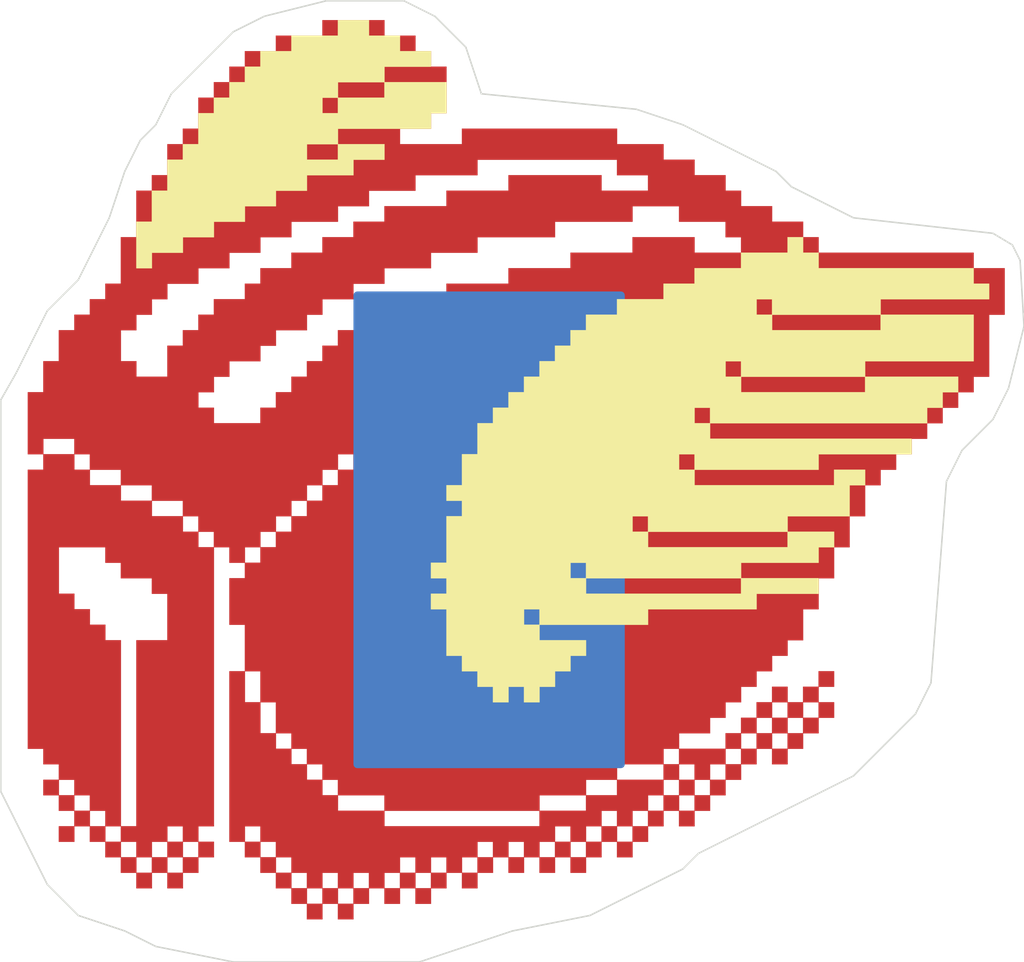
<source format=kicad_pcb>
(kicad_pcb (version 20171130) (host pcbnew "(5.1.6)-1")

  (general
    (thickness 1.6)
    (drawings 70)
    (tracks 0)
    (zones 0)
    (modules 1)
    (nets 1)
  )

  (page A4)
  (layers
    (0 F.Cu signal hide)
    (31 B.Cu signal)
    (32 B.Adhes user hide)
    (33 F.Adhes user hide)
    (34 B.Paste user)
    (35 F.Paste user hide)
    (36 B.SilkS user)
    (37 F.SilkS user hide)
    (38 B.Mask user)
    (39 F.Mask user hide)
    (40 Dwgs.User user hide)
    (41 Cmts.User user hide)
    (42 Eco1.User user hide)
    (43 Eco2.User user hide)
    (44 Edge.Cuts user)
    (45 Margin user hide)
    (46 B.CrtYd user)
    (47 F.CrtYd user hide)
    (48 B.Fab user)
    (49 F.Fab user hide)
  )

  (setup
    (last_trace_width 0.25)
    (trace_clearance 0.2)
    (zone_clearance 0.508)
    (zone_45_only no)
    (trace_min 0.2)
    (via_size 0.8)
    (via_drill 0.4)
    (via_min_size 0.4)
    (via_min_drill 0.3)
    (uvia_size 0.3)
    (uvia_drill 0.1)
    (uvias_allowed no)
    (uvia_min_size 0.2)
    (uvia_min_drill 0.1)
    (edge_width 0.05)
    (segment_width 0.2)
    (pcb_text_width 0.3)
    (pcb_text_size 1.5 1.5)
    (mod_edge_width 0.12)
    (mod_text_size 1 1)
    (mod_text_width 0.15)
    (pad_size 1.524 1.524)
    (pad_drill 0.762)
    (pad_to_mask_clearance 0.05)
    (aux_axis_origin 0 0)
    (visible_elements 7FFFFFFF)
    (pcbplotparams
      (layerselection 0x010fc_ffffffff)
      (usegerberextensions false)
      (usegerberattributes true)
      (usegerberadvancedattributes true)
      (creategerberjobfile true)
      (excludeedgelayer true)
      (linewidth 0.100000)
      (plotframeref false)
      (viasonmask false)
      (mode 1)
      (useauxorigin false)
      (hpglpennumber 1)
      (hpglpenspeed 20)
      (hpglpendiameter 15.000000)
      (psnegative false)
      (psa4output false)
      (plotreference true)
      (plotvalue true)
      (plotinvisibletext false)
      (padsonsilk false)
      (subtractmaskfromsilk false)
      (outputformat 1)
      (mirror false)
      (drillshape 0)
      (scaleselection 1)
      (outputdirectory "Gerbers/"))
  )

  (net 0 "")

  (net_class Default "This is the default net class."
    (clearance 0.2)
    (trace_width 0.25)
    (via_dia 0.8)
    (via_drill 0.4)
    (uvia_dia 0.3)
    (uvia_drill 0.1)
  )

  (module Toasty:Toasty_rev4 (layer F.Cu) (tedit 0) (tstamp 5F7BE733)
    (at 147.32 96.901)
    (fp_text reference G*** (at 0 0) (layer F.SilkS) hide
      (effects (font (size 1.524 1.524) (thickness 0.3)))
    )
    (fp_text value LOGO (at 0.75 0) (layer F.SilkS) hide
      (effects (font (size 1.524 1.524) (thickness 0.3)))
    )
    (fp_poly (pts (xy 9.398 -7.62) (xy 9.906 -7.62) (xy 9.906 -7.112) (xy 14.986 -7.112)
      (xy 14.986 -6.604) (xy 15.494 -6.604) (xy 15.494 -6.096) (xy 11.938 -6.096)
      (xy 11.938 -5.588) (xy 14.986 -5.588) (xy 14.986 -4.064) (xy 11.43 -4.064)
      (xy 11.43 -3.556) (xy 14.478 -3.556) (xy 14.478 -3.048) (xy 13.97 -3.048)
      (xy 13.97 -2.54) (xy 13.462 -2.54) (xy 13.462 -2.032) (xy 6.35 -2.032)
      (xy 6.35 -1.524) (xy 12.954 -1.524) (xy 12.954 -1.016) (xy 9.906 -1.016)
      (xy 9.906 -0.508) (xy 5.842 -0.508) (xy 5.842 0) (xy 10.414 0)
      (xy 10.414 -0.508) (xy 11.43 -0.508) (xy 11.43 0) (xy 10.922 0)
      (xy 10.922 1.016) (xy 8.89 1.016) (xy 8.89 1.524) (xy 10.414 1.524)
      (xy 10.414 2.032) (xy 9.906 2.032) (xy 9.906 2.54) (xy 7.366 2.54)
      (xy 7.366 3.048) (xy 9.906 3.048) (xy 9.906 3.556) (xy 7.874 3.556)
      (xy 7.874 4.064) (xy 4.318 4.064) (xy 4.318 4.572) (xy 0.762 4.572)
      (xy 0.762 5.08) (xy 2.286 5.08) (xy 2.286 5.588) (xy 1.778 5.588)
      (xy 1.778 6.096) (xy 1.27 6.096) (xy 1.27 6.604) (xy 0.762 6.604)
      (xy 0.762 7.112) (xy 0.254 7.112) (xy 0.254 6.604) (xy -0.254 6.604)
      (xy -0.254 7.112) (xy -0.762 7.112) (xy -0.762 6.604) (xy -1.27 6.604)
      (xy -1.27 6.096) (xy -1.778 6.096) (xy -1.778 5.588) (xy -2.286 5.588)
      (xy -2.286 4.064) (xy 0.254 4.064) (xy 0.254 4.572) (xy 0.762 4.572)
      (xy 0.762 4.064) (xy 0.254 4.064) (xy -2.286 4.064) (xy -2.794 4.064)
      (xy -2.794 3.556) (xy -2.286 3.556) (xy 2.286 3.556) (xy 7.366 3.556)
      (xy 7.366 3.048) (xy 2.286 3.048) (xy 2.286 3.556) (xy -2.286 3.556)
      (xy -2.286 3.048) (xy -2.794 3.048) (xy -2.794 2.54) (xy -2.286 2.54)
      (xy 1.778 2.54) (xy 1.778 3.048) (xy 2.286 3.048) (xy 2.286 2.54)
      (xy 1.778 2.54) (xy -2.286 2.54) (xy -2.286 2.032) (xy 4.318 2.032)
      (xy 8.89 2.032) (xy 8.89 1.524) (xy 4.318 1.524) (xy 4.318 2.032)
      (xy -2.286 2.032) (xy -2.286 1.016) (xy -1.778 1.016) (xy 3.81 1.016)
      (xy 3.81 1.524) (xy 4.318 1.524) (xy 4.318 1.016) (xy 3.81 1.016)
      (xy -1.778 1.016) (xy -1.778 0.508) (xy -2.286 0.508) (xy -2.286 0)
      (xy -1.778 0) (xy -1.778 -1.016) (xy -1.27 -1.016) (xy 5.334 -1.016)
      (xy 5.334 -0.508) (xy 5.842 -0.508) (xy 5.842 -1.016) (xy 5.334 -1.016)
      (xy -1.27 -1.016) (xy -1.27 -2.032) (xy -0.762 -2.032) (xy -0.762 -2.54)
      (xy -0.254 -2.54) (xy 5.842 -2.54) (xy 5.842 -2.032) (xy 6.35 -2.032)
      (xy 6.35 -2.54) (xy 5.842 -2.54) (xy -0.254 -2.54) (xy -0.254 -3.048)
      (xy 0.254 -3.048) (xy 7.366 -3.048) (xy 11.43 -3.048) (xy 11.43 -3.556)
      (xy 7.366 -3.556) (xy 7.366 -3.048) (xy 0.254 -3.048) (xy 0.254 -3.556)
      (xy 0.762 -3.556) (xy 0.762 -4.064) (xy 1.27 -4.064) (xy 6.858 -4.064)
      (xy 6.858 -3.556) (xy 7.366 -3.556) (xy 7.366 -4.064) (xy 6.858 -4.064)
      (xy 1.27 -4.064) (xy 1.27 -4.572) (xy 1.778 -4.572) (xy 1.778 -5.08)
      (xy 2.286 -5.08) (xy 8.382 -5.08) (xy 11.938 -5.08) (xy 11.938 -5.588)
      (xy 8.382 -5.588) (xy 8.382 -5.08) (xy 2.286 -5.08) (xy 2.286 -5.588)
      (xy 3.302 -5.588) (xy 3.302 -6.096) (xy 4.826 -6.096) (xy 7.874 -6.096)
      (xy 7.874 -5.588) (xy 8.382 -5.588) (xy 8.382 -6.096) (xy 7.874 -6.096)
      (xy 4.826 -6.096) (xy 4.826 -6.604) (xy 5.842 -6.604) (xy 5.842 -7.112)
      (xy 7.366 -7.112) (xy 7.366 -7.62) (xy 8.89 -7.62) (xy 8.89 -8.128)
      (xy 9.398 -8.128) (xy 9.398 -7.62)) (layer F.SilkS) (width 0.01))
    (fp_poly (pts (xy -2.286 -13.208) (xy -2.286 -12.192) (xy -2.794 -12.192) (xy -2.794 -11.684)
      (xy -5.842 -11.684) (xy -5.842 -11.176) (xy -4.318 -11.176) (xy -4.318 -10.668)
      (xy -5.334 -10.668) (xy -5.334 -10.16) (xy -6.858 -10.16) (xy -6.858 -9.652)
      (xy -7.874 -9.652) (xy -7.874 -9.144) (xy -8.89 -9.144) (xy -8.89 -8.636)
      (xy -9.906 -8.636) (xy -9.906 -8.128) (xy -10.922 -8.128) (xy -10.922 -7.62)
      (xy -11.938 -7.62) (xy -11.938 -7.112) (xy -12.446 -7.112) (xy -12.446 -8.636)
      (xy -11.938 -8.636) (xy -11.938 -9.652) (xy -11.43 -9.652) (xy -11.43 -10.668)
      (xy -10.922 -10.668) (xy -10.922 -11.176) (xy -10.414 -11.176) (xy -6.858 -11.176)
      (xy -6.858 -10.668) (xy -5.842 -10.668) (xy -5.842 -11.176) (xy -6.858 -11.176)
      (xy -10.414 -11.176) (xy -10.414 -12.192) (xy -9.906 -12.192) (xy -9.906 -12.7)
      (xy -9.398 -12.7) (xy -6.35 -12.7) (xy -6.35 -12.192) (xy -5.842 -12.192)
      (xy -5.842 -12.7) (xy -6.35 -12.7) (xy -9.398 -12.7) (xy -9.398 -13.208)
      (xy -8.89 -13.208) (xy -5.842 -13.208) (xy -5.842 -12.7) (xy -4.318 -12.7)
      (xy -4.318 -13.208) (xy -5.842 -13.208) (xy -8.89 -13.208) (xy -8.89 -13.716)
      (xy -8.382 -13.716) (xy -8.382 -14.224) (xy -7.366 -14.224) (xy -7.366 -14.732)
      (xy -5.842 -14.732) (xy -5.842 -15.24) (xy -4.826 -15.24) (xy -4.826 -14.732)
      (xy -3.81 -14.732) (xy -3.81 -14.224) (xy -2.794 -14.224) (xy -2.794 -13.716)
      (xy -4.318 -13.716) (xy -4.318 -13.208) (xy -2.286 -13.208)) (layer F.SilkS) (width 0.01))
    (fp_poly (pts (xy 17.526 16.764) (xy -17.526 16.764) (xy -17.526 11.176) (xy -14.986 11.176)
      (xy -14.986 11.684) (xy -14.478 11.684) (xy -14.478 11.176) (xy -14.986 11.176)
      (xy -17.526 11.176) (xy -17.526 -3.048) (xy -16.002 -3.048) (xy -16.002 -1.016)
      (xy -15.494 -1.016) (xy -15.494 -0.508) (xy -16.002 -0.508) (xy -16.002 8.636)
      (xy -15.494 8.636) (xy -15.494 9.144) (xy -14.986 9.144) (xy -14.986 9.652)
      (xy -15.494 9.652) (xy -15.494 10.16) (xy -14.986 10.16) (xy -14.986 10.668)
      (xy -14.478 10.668) (xy -14.478 11.176) (xy -13.97 11.176) (xy -13.97 11.684)
      (xy -13.462 11.684) (xy -13.462 12.192) (xy -12.954 12.192) (xy -12.954 12.7)
      (xy -12.446 12.7) (xy -12.446 13.208) (xy -11.938 13.208) (xy -11.938 12.7)
      (xy -11.43 12.7) (xy -11.43 13.208) (xy -10.922 13.208) (xy -10.922 12.7)
      (xy -10.414 12.7) (xy -10.414 12.192) (xy -9.906 12.192) (xy -9.906 11.684)
      (xy -10.414 11.684) (xy -10.414 11.176) (xy -9.906 11.176) (xy -9.906 3.048)
      (xy -9.398 3.048) (xy -9.398 4.572) (xy -8.89 4.572) (xy -8.89 6.096)
      (xy -9.398 6.096) (xy -9.398 11.684) (xy -8.89 11.684) (xy -8.89 12.192)
      (xy -8.382 12.192) (xy -8.382 12.7) (xy -7.874 12.7) (xy -7.874 13.208)
      (xy -7.366 13.208) (xy -7.366 13.716) (xy -6.858 13.716) (xy -6.858 14.224)
      (xy -6.35 14.224) (xy -6.35 13.716) (xy -5.842 13.716) (xy -5.842 14.224)
      (xy -5.334 14.224) (xy -5.334 13.716) (xy -4.826 13.716) (xy -4.826 13.208)
      (xy -4.318 13.208) (xy -4.318 13.716) (xy -3.81 13.716) (xy -3.81 13.208)
      (xy -3.302 13.208) (xy -3.302 13.716) (xy -2.794 13.716) (xy -2.794 13.208)
      (xy -2.286 13.208) (xy -2.286 12.7) (xy -1.778 12.7) (xy -1.778 13.208)
      (xy -1.27 13.208) (xy -1.27 12.7) (xy -0.762 12.7) (xy -0.762 12.192)
      (xy -0.254 12.192) (xy -0.254 12.7) (xy 0.254 12.7) (xy 0.254 12.192)
      (xy 0.762 12.192) (xy 0.762 12.7) (xy 1.27 12.7) (xy 1.27 12.192)
      (xy 1.778 12.192) (xy 1.778 12.7) (xy 2.286 12.7) (xy 2.286 12.192)
      (xy 2.794 12.192) (xy 2.794 11.684) (xy 3.302 11.684) (xy 3.302 12.192)
      (xy 3.81 12.192) (xy 3.81 11.684) (xy 4.318 11.684) (xy 4.318 11.176)
      (xy 4.826 11.176) (xy 4.826 10.668) (xy 5.334 10.668) (xy 5.334 11.176)
      (xy 5.842 11.176) (xy 5.842 10.668) (xy 6.35 10.668) (xy 6.35 10.16)
      (xy 6.858 10.16) (xy 6.858 9.652) (xy 7.366 9.652) (xy 7.366 9.144)
      (xy 7.874 9.144) (xy 7.874 8.636) (xy 8.382 8.636) (xy 8.382 9.144)
      (xy 8.89 9.144) (xy 8.89 8.636) (xy 9.398 8.636) (xy 9.398 8.128)
      (xy 9.906 8.128) (xy 9.906 7.62) (xy 10.414 7.62) (xy 10.414 7.112)
      (xy 9.906 7.112) (xy 9.906 6.604) (xy 9.398 6.604) (xy 9.398 7.112)
      (xy 8.89 7.112) (xy 8.89 6.604) (xy 8.382 6.604) (xy 8.382 7.112)
      (xy 7.874 7.112) (xy 7.874 7.62) (xy 7.366 7.62) (xy 7.366 8.128)
      (xy 6.858 8.128) (xy 6.858 8.636) (xy 5.334 8.636) (xy 5.334 9.144)
      (xy 4.826 9.144) (xy 4.826 9.652) (xy 3.302 9.652) (xy 3.302 10.16)
      (xy 2.286 10.16) (xy 2.286 9.652) (xy 2.794 9.652) (xy 2.794 9.144)
      (xy 3.302 9.144) (xy 3.302 8.636) (xy 3.81 8.636) (xy 3.81 9.144)
      (xy 4.318 9.144) (xy 4.318 8.636) (xy 4.826 8.636) (xy 4.826 8.128)
      (xy 5.334 8.128) (xy 5.334 7.62) (xy 5.842 7.62) (xy 5.842 8.128)
      (xy 6.35 8.128) (xy 6.35 7.62) (xy 6.858 7.62) (xy 6.858 7.112)
      (xy 7.366 7.112) (xy 7.366 6.604) (xy 7.874 6.604) (xy 7.874 6.096)
      (xy 9.906 6.096) (xy 9.906 6.604) (xy 10.414 6.604) (xy 10.414 6.096)
      (xy 9.906 6.096) (xy 7.874 6.096) (xy 7.366 6.096) (xy 7.366 5.588)
      (xy 7.874 5.588) (xy 7.874 5.08) (xy 8.382 5.08) (xy 8.382 5.588)
      (xy 8.89 5.588) (xy 8.89 5.08) (xy 9.398 5.08) (xy 9.398 4.572)
      (xy 8.89 4.572) (xy 8.89 4.064) (xy 9.906 4.064) (xy 9.906 3.048)
      (xy 10.414 3.048) (xy 10.414 2.032) (xy 10.922 2.032) (xy 10.922 1.016)
      (xy 11.43 1.016) (xy 11.43 0) (xy 11.938 0) (xy 11.938 -0.508)
      (xy 12.446 -0.508) (xy 12.446 -1.016) (xy 12.954 -1.016) (xy 12.954 -1.524)
      (xy 13.462 -1.524) (xy 13.462 -2.032) (xy 13.97 -2.032) (xy 13.97 -2.54)
      (xy 14.478 -2.54) (xy 14.478 -3.048) (xy 14.986 -3.048) (xy 14.986 -3.556)
      (xy 15.494 -3.556) (xy 15.494 -5.588) (xy 16.002 -5.588) (xy 16.002 -7.112)
      (xy 14.986 -7.112) (xy 14.986 -7.62) (xy 9.906 -7.62) (xy 9.906 -8.128)
      (xy 9.398 -8.128) (xy 9.398 -8.636) (xy 8.89 -8.636) (xy 8.89 -8.128)
      (xy 7.366 -8.128) (xy 7.366 -7.62) (xy 5.842 -7.62) (xy 5.842 -7.112)
      (xy 4.826 -7.112) (xy 4.826 -6.604) (xy 3.302 -6.604) (xy 3.302 -6.096)
      (xy 2.286 -6.096) (xy 2.286 -5.588) (xy 1.778 -5.588) (xy 1.778 -5.08)
      (xy 1.27 -5.08) (xy 1.27 -4.572) (xy 0.762 -4.572) (xy 0.762 -4.064)
      (xy 0.254 -4.064) (xy 0.254 -3.556) (xy -0.254 -3.556) (xy -0.254 -3.048)
      (xy -0.762 -3.048) (xy -0.762 -2.54) (xy -1.27 -2.54) (xy -1.27 -2.032)
      (xy -1.778 -2.032) (xy -1.778 -2.54) (xy -2.286 -2.54) (xy -2.286 -2.032)
      (xy -3.302 -2.032) (xy -3.302 -1.524) (xy -4.318 -1.524) (xy -4.318 -1.016)
      (xy -5.334 -1.016) (xy -5.334 -0.508) (xy -5.842 -0.508) (xy -5.842 0)
      (xy -6.35 0) (xy -6.35 0.508) (xy -6.858 0.508) (xy -6.858 1.016)
      (xy -7.366 1.016) (xy -7.366 1.524) (xy -7.874 1.524) (xy -7.874 2.032)
      (xy -8.382 2.032) (xy -8.382 2.54) (xy -8.89 2.54) (xy -8.89 3.048)
      (xy -9.398 3.048) (xy -9.906 3.048) (xy -9.906 2.032) (xy -9.398 2.032)
      (xy -9.398 2.54) (xy -8.89 2.54) (xy -8.89 1.524) (xy -9.398 1.524)
      (xy -9.398 1.016) (xy -9.906 1.016) (xy -9.906 0.508) (xy -10.922 0.508)
      (xy -10.922 0) (xy -11.43 0) (xy -11.43 -0.508) (xy -12.446 -0.508)
      (xy -12.446 -1.016) (xy -13.462 -1.016) (xy -13.462 -1.524) (xy -14.478 -1.524)
      (xy -14.478 -2.032) (xy -8.89 -2.032) (xy -8.89 -1.524) (xy -7.874 -1.524)
      (xy -7.874 -2.032) (xy -7.366 -2.032) (xy -7.366 -2.54) (xy -6.858 -2.54)
      (xy -6.858 -3.048) (xy -5.842 -3.048) (xy -5.842 -3.556) (xy -5.334 -3.556)
      (xy -5.334 -4.064) (xy -4.318 -4.064) (xy -4.318 -4.572) (xy -3.302 -4.572)
      (xy -3.302 -5.08) (xy -2.286 -5.08) (xy -2.286 -5.588) (xy -1.27 -5.588)
      (xy -1.27 -6.096) (xy 0.254 -6.096) (xy 0.254 -6.604) (xy 2.794 -6.604)
      (xy 2.794 -7.112) (xy 4.318 -7.112) (xy 4.318 -7.62) (xy 5.842 -7.62)
      (xy 5.842 -8.128) (xy 3.81 -8.128) (xy 3.81 -7.62) (xy 1.778 -7.62)
      (xy 1.778 -7.112) (xy -0.254 -7.112) (xy -0.254 -6.604) (xy -2.286 -6.604)
      (xy -2.286 -6.096) (xy -3.302 -6.096) (xy -3.302 -5.588) (xy -4.826 -5.588)
      (xy -4.826 -5.08) (xy -5.842 -5.08) (xy -5.842 -4.572) (xy -6.35 -4.572)
      (xy -6.35 -4.064) (xy -6.858 -4.064) (xy -6.858 -3.556) (xy -7.366 -3.556)
      (xy -7.366 -3.048) (xy -7.874 -3.048) (xy -7.874 -2.54) (xy -8.382 -2.54)
      (xy -8.382 -2.032) (xy -8.89 -2.032) (xy -14.478 -2.032) (xy -14.986 -2.032)
      (xy -14.986 -2.54) (xy -15.494 -2.54) (xy -15.494 -3.048) (xy -16.002 -3.048)
      (xy -17.526 -3.048) (xy -17.526 -4.064) (xy -15.494 -4.064) (xy -15.494 -3.048)
      (xy -14.986 -3.048) (xy -14.986 -4.064) (xy -15.494 -4.064) (xy -17.526 -4.064)
      (xy -17.526 -5.08) (xy -14.986 -5.08) (xy -14.986 -4.572) (xy -14.478 -4.572)
      (xy -11.43 -4.572) (xy -11.43 -4.064) (xy -10.414 -4.064) (xy -10.414 -4.572)
      (xy -9.906 -4.572) (xy -9.906 -5.08) (xy -8.89 -5.08) (xy -8.89 -5.588)
      (xy -8.382 -5.588) (xy -8.382 -6.096) (xy -7.366 -6.096) (xy -7.366 -6.604)
      (xy -6.35 -6.604) (xy -6.35 -7.112) (xy -5.842 -7.112) (xy -5.842 -7.62)
      (xy -4.318 -7.62) (xy -4.318 -8.128) (xy -2.794 -8.128) (xy -2.794 -8.636)
      (xy -1.27 -8.636) (xy -1.27 -9.144) (xy 1.27 -9.144) (xy 1.27 -9.652)
      (xy 2.794 -9.652) (xy 2.794 -10.16) (xy -0.254 -10.16) (xy -0.254 -9.652)
      (xy -2.286 -9.652) (xy -2.286 -9.144) (xy -4.318 -9.144) (xy -4.318 -8.636)
      (xy -5.334 -8.636) (xy -5.334 -8.128) (xy -6.35 -8.128) (xy -6.35 -7.62)
      (xy -7.366 -7.62) (xy -7.366 -7.112) (xy -8.382 -7.112) (xy -8.382 -6.604)
      (xy -8.89 -6.604) (xy -8.89 -6.096) (xy -9.906 -6.096) (xy -9.906 -5.588)
      (xy -10.414 -5.588) (xy -10.414 -5.08) (xy -10.922 -5.08) (xy -10.922 -4.572)
      (xy -11.43 -4.572) (xy -14.478 -4.572) (xy -14.478 -5.08) (xy -14.986 -5.08)
      (xy -17.526 -5.08) (xy -17.526 -5.588) (xy -14.478 -5.588) (xy -14.478 -5.08)
      (xy -13.97 -5.08) (xy -13.97 -5.588) (xy -14.478 -5.588) (xy -17.526 -5.588)
      (xy -17.526 -6.096) (xy -13.97 -6.096) (xy -13.97 -5.588) (xy -13.462 -5.588)
      (xy -13.462 -6.096) (xy -13.97 -6.096) (xy -17.526 -6.096) (xy -17.526 -6.604)
      (xy -13.462 -6.604) (xy -13.462 -6.096) (xy -12.954 -6.096) (xy -12.954 -6.604)
      (xy -13.462 -6.604) (xy -17.526 -6.604) (xy -17.526 -8.128) (xy -12.954 -8.128)
      (xy -12.954 -7.112) (xy -11.938 -7.112) (xy -11.938 -7.62) (xy -10.922 -7.62)
      (xy -10.922 -8.128) (xy -9.906 -8.128) (xy -9.906 -8.636) (xy -8.89 -8.636)
      (xy -8.89 -9.144) (xy -7.874 -9.144) (xy -7.874 -9.652) (xy -6.858 -9.652)
      (xy -6.858 -10.16) (xy -5.334 -10.16) (xy -5.334 -10.668) (xy -3.302 -10.668)
      (xy -3.302 -11.176) (xy -3.81 -11.176) (xy -3.81 -11.684) (xy -2.794 -11.684)
      (xy -2.794 -12.192) (xy -2.286 -12.192) (xy -2.286 -13.716) (xy -2.794 -13.716)
      (xy -2.794 -14.224) (xy -3.302 -14.224) (xy -3.302 -14.732) (xy -4.318 -14.732)
      (xy -4.318 -15.24) (xy -6.35 -15.24) (xy -6.35 -14.732) (xy -7.874 -14.732)
      (xy -7.874 -14.224) (xy -8.89 -14.224) (xy -8.89 -13.716) (xy -9.398 -13.716)
      (xy -9.398 -13.208) (xy -9.906 -13.208) (xy -9.906 -12.7) (xy -10.414 -12.7)
      (xy -10.414 -11.684) (xy -10.922 -11.684) (xy -10.922 -11.176) (xy -11.43 -11.176)
      (xy -11.43 -10.16) (xy -11.938 -10.16) (xy -11.938 -9.652) (xy -12.446 -9.652)
      (xy -12.446 -8.128) (xy -12.954 -8.128) (xy -17.526 -8.128) (xy -17.526 -16.764)
      (xy 17.526 -16.764) (xy 17.526 16.764)) (layer F.Mask) (width 0.01))
    (fp_poly (pts (xy -5.334 12.7) (xy -4.826 12.7) (xy -4.826 13.208) (xy -5.334 13.208)
      (xy -5.334 12.7)) (layer F.Mask) (width 0.01))
    (fp_poly (pts (xy -8.89 11.684) (xy -8.89 11.176) (xy -8.382 11.176) (xy -8.382 11.684)
      (xy -8.89 11.684)) (layer F.Mask) (width 0.01))
    (fp_poly (pts (xy -8.382 12.192) (xy -8.382 11.684) (xy -7.874 11.684) (xy -7.874 12.192)
      (xy -8.382 12.192)) (layer F.Mask) (width 0.01))
    (fp_poly (pts (xy -7.874 12.7) (xy -7.874 12.192) (xy -7.366 12.192) (xy -7.366 12.7)
      (xy -7.874 12.7)) (layer F.Mask) (width 0.01))
    (fp_poly (pts (xy -7.366 13.208) (xy -7.366 12.7) (xy -6.858 12.7) (xy -6.858 13.208)
      (xy -7.366 13.208)) (layer F.Mask) (width 0.01))
    (fp_poly (pts (xy -6.35 13.716) (xy -6.858 13.716) (xy -6.858 13.208) (xy -6.35 13.208)
      (xy -6.35 13.716)) (layer F.Mask) (width 0.01))
    (fp_poly (pts (xy -6.35 13.208) (xy -6.35 12.7) (xy -5.842 12.7) (xy -5.842 13.208)
      (xy -6.35 13.208)) (layer F.Mask) (width 0.01))
    (fp_poly (pts (xy -5.334 13.716) (xy -5.842 13.716) (xy -5.842 13.208) (xy -5.334 13.208)
      (xy -5.334 13.716)) (layer F.Mask) (width 0.01))
    (fp_poly (pts (xy -3.81 13.208) (xy -4.318 13.208) (xy -4.318 12.7) (xy -3.81 12.7)
      (xy -3.81 13.208)) (layer F.Mask) (width 0.01))
    (fp_poly (pts (xy -2.794 12.192) (xy -2.286 12.192) (xy -2.286 12.7) (xy -2.794 12.7)
      (xy -2.794 12.192)) (layer F.Mask) (width 0.01))
    (fp_poly (pts (xy -3.81 12.7) (xy -3.81 12.192) (xy -3.302 12.192) (xy -3.302 12.7)
      (xy -3.81 12.7)) (layer F.Mask) (width 0.01))
    (fp_poly (pts (xy -2.794 13.208) (xy -3.302 13.208) (xy -3.302 12.7) (xy -2.794 12.7)
      (xy -2.794 13.208)) (layer F.Mask) (width 0.01))
    (fp_poly (pts (xy -14.986 10.16) (xy -14.986 9.652) (xy -14.478 9.652) (xy -14.478 10.16)
      (xy -14.986 10.16)) (layer F.Mask) (width 0.01))
    (fp_poly (pts (xy -10.922 11.684) (xy -10.414 11.684) (xy -10.414 12.192) (xy -10.922 12.192)
      (xy -10.922 11.684)) (layer F.Mask) (width 0.01))
    (fp_poly (pts (xy -13.97 10.16) (xy -13.97 10.668) (xy -14.478 10.668) (xy -14.478 10.16)
      (xy -13.97 10.16)) (layer F.Mask) (width 0.01))
    (fp_poly (pts (xy -13.462 11.684) (xy -13.462 11.176) (xy -13.97 11.176) (xy -13.97 10.668)
      (xy -13.462 10.668) (xy -13.462 11.176) (xy -12.954 11.176) (xy -12.954 10.668)
      (xy -13.462 10.668) (xy -13.462 4.572) (xy -13.97 4.572) (xy -13.97 4.064)
      (xy -14.478 4.064) (xy -14.478 3.556) (xy -14.986 3.556) (xy -14.986 1.524)
      (xy -14.478 1.524) (xy -14.478 1.016) (xy -13.462 1.016) (xy -13.462 1.524)
      (xy -12.954 1.524) (xy -12.954 2.032) (xy -11.938 2.032) (xy -11.938 2.54)
      (xy -10.922 2.54) (xy -10.922 4.064) (xy -11.43 4.064) (xy -11.43 5.08)
      (xy -12.446 5.08) (xy -12.446 11.176) (xy -12.954 11.176) (xy -12.954 11.684)
      (xy -13.462 11.684)) (layer F.Mask) (width 0.01))
    (fp_poly (pts (xy -12.954 12.192) (xy -12.954 11.684) (xy -12.446 11.684) (xy -12.446 12.192)
      (xy -12.954 12.192)) (layer F.Mask) (width 0.01))
    (fp_poly (pts (xy -11.938 12.7) (xy -12.446 12.7) (xy -12.446 12.192) (xy -11.938 12.192)
      (xy -11.938 12.7)) (layer F.Mask) (width 0.01))
    (fp_poly (pts (xy -11.43 11.176) (xy -10.922 11.176) (xy -10.922 11.684) (xy -11.43 11.684)
      (xy -11.43 11.176)) (layer F.Mask) (width 0.01))
    (fp_poly (pts (xy -10.922 12.7) (xy -11.43 12.7) (xy -11.43 12.192) (xy -10.922 12.192)
      (xy -10.922 12.7)) (layer F.Mask) (width 0.01))
    (fp_poly (pts (xy -11.43 12.192) (xy -11.938 12.192) (xy -11.938 11.684) (xy -11.43 11.684)
      (xy -11.43 12.192)) (layer F.Mask) (width 0.01))
    (fp_poly (pts (xy -1.27 12.7) (xy -1.778 12.7) (xy -1.778 12.192) (xy -1.27 12.192)
      (xy -1.27 12.7)) (layer F.Mask) (width 0.01))
    (fp_poly (pts (xy -1.27 11.684) (xy -0.762 11.684) (xy -0.762 12.192) (xy -1.27 12.192)
      (xy -1.27 11.684)) (layer F.Mask) (width 0.01))
    (fp_poly (pts (xy 0.254 12.192) (xy -0.254 12.192) (xy -0.254 11.684) (xy 0.254 11.684)
      (xy 0.254 12.192)) (layer F.Mask) (width 0.01))
    (fp_poly (pts (xy 1.27 12.192) (xy 0.762 12.192) (xy 0.762 11.684) (xy 1.27 11.684)
      (xy 1.27 12.192)) (layer F.Mask) (width 0.01))
    (fp_poly (pts (xy 9.398 7.112) (xy 9.906 7.112) (xy 9.906 7.62) (xy 9.398 7.62)
      (xy 9.398 7.112)) (layer F.Mask) (width 0.01))
    (fp_poly (pts (xy 7.366 8.128) (xy 7.874 8.128) (xy 7.874 8.636) (xy 7.366 8.636)
      (xy 7.366 8.128)) (layer F.Mask) (width 0.01))
    (fp_poly (pts (xy 6.858 8.636) (xy 7.366 8.636) (xy 7.366 9.144) (xy 6.858 9.144)
      (xy 6.858 8.636)) (layer F.Mask) (width 0.01))
    (fp_poly (pts (xy 6.35 9.144) (xy 6.858 9.144) (xy 6.858 9.652) (xy 6.35 9.652)
      (xy 6.35 9.144)) (layer F.Mask) (width 0.01))
    (fp_poly (pts (xy 4.826 9.652) (xy 5.334 9.652) (xy 5.334 10.16) (xy 5.842 10.16)
      (xy 5.842 9.652) (xy 5.334 9.652) (xy 5.334 9.144) (xy 5.842 9.144)
      (xy 5.842 9.652) (xy 6.35 9.652) (xy 6.35 10.16) (xy 5.842 10.16)
      (xy 5.842 10.668) (xy 5.334 10.668) (xy 5.334 10.16) (xy 4.826 10.16)
      (xy 4.826 9.652)) (layer F.Mask) (width 0.01))
    (fp_poly (pts (xy 4.318 10.16) (xy 4.826 10.16) (xy 4.826 10.668) (xy 4.318 10.668)
      (xy 4.318 10.16)) (layer F.Mask) (width 0.01))
    (fp_poly (pts (xy 3.81 10.668) (xy 4.318 10.668) (xy 4.318 11.176) (xy 3.81 11.176)
      (xy 3.81 10.668)) (layer F.Mask) (width 0.01))
    (fp_poly (pts (xy 3.81 11.176) (xy 3.81 11.684) (xy 3.302 11.684) (xy 3.302 11.176)
      (xy 3.81 11.176)) (layer F.Mask) (width 0.01))
    (fp_poly (pts (xy 2.794 10.668) (xy 3.302 10.668) (xy 3.302 11.176) (xy 2.794 11.176)
      (xy 2.794 10.668)) (layer F.Mask) (width 0.01))
    (fp_poly (pts (xy 2.286 11.176) (xy 2.794 11.176) (xy 2.794 11.684) (xy 2.286 11.684)
      (xy 2.286 11.176)) (layer F.Mask) (width 0.01))
    (fp_poly (pts (xy 2.286 11.684) (xy 2.286 12.192) (xy 1.778 12.192) (xy 1.778 11.684)
      (xy 2.286 11.684)) (layer F.Mask) (width 0.01))
    (fp_poly (pts (xy 1.27 11.176) (xy 1.778 11.176) (xy 1.778 11.684) (xy 1.27 11.684)
      (xy 1.27 11.176)) (layer F.Mask) (width 0.01))
    (fp_poly (pts (xy 9.398 8.128) (xy 8.89 8.128) (xy 8.89 8.636) (xy 8.382 8.636)
      (xy 8.382 8.128) (xy 7.874 8.128) (xy 7.874 7.62) (xy 8.382 7.62)
      (xy 8.382 8.128) (xy 8.89 8.128) (xy 8.89 7.62) (xy 8.382 7.62)
      (xy 8.382 7.112) (xy 8.89 7.112) (xy 8.89 7.62) (xy 9.398 7.62)
      (xy 9.398 8.128)) (layer F.Mask) (width 0.01))
    (fp_poly (pts (xy -7.874 7.112) (xy -7.874 6.096) (xy -7.366 6.096) (xy -7.366 7.112)
      (xy -7.874 7.112)) (layer F.Mask) (width 0.01))
    (fp_poly (pts (xy 8.89 5.08) (xy 8.382 5.08) (xy 8.382 4.572) (xy 8.89 4.572)
      (xy 8.89 5.08)) (layer F.Mask) (width 0.01))
    (fp_poly (pts (xy -6.858 7.112) (xy -6.858 7.62) (xy -7.366 7.62) (xy -7.366 7.112)
      (xy -6.858 7.112)) (layer F.Mask) (width 0.01))
    (fp_poly (pts (xy -8.382 5.588) (xy -7.874 5.588) (xy -7.874 6.096) (xy -8.382 6.096)
      (xy -8.382 5.588)) (layer F.Mask) (width 0.01))
    (fp_poly (pts (xy 7.874 4.064) (xy 8.382 4.064) (xy 8.382 4.572) (xy 7.874 4.572)
      (xy 7.874 4.064)) (layer F.Mask) (width 0.01))
    (fp_poly (pts (xy -7.366 8.128) (xy -7.366 8.636) (xy -7.874 8.636) (xy -7.874 8.128)
      (xy -7.366 8.128)) (layer F.Mask) (width 0.01))
    (fp_poly (pts (xy -7.874 7.112) (xy -7.874 8.128) (xy -8.382 8.128) (xy -8.382 7.112)
      (xy -7.874 7.112)) (layer F.Mask) (width 0.01))
    (fp_poly (pts (xy -8.382 7.112) (xy -8.89 7.112) (xy -8.89 6.096) (xy -8.382 6.096)
      (xy -8.382 7.112)) (layer F.Mask) (width 0.01))
    (fp_poly (pts (xy -2.794 1.524) (xy -2.286 1.524) (xy -2.286 2.032) (xy -2.794 2.032)
      (xy -2.794 1.524)) (layer F.Mask) (width 0.01))
    (fp_poly (pts (xy 7.874 5.08) (xy 7.366 5.08) (xy 7.366 4.572) (xy 7.874 4.572)
      (xy 7.874 5.08)) (layer F.Mask) (width 0.01))
    (fp_poly (pts (xy -2.794 0.508) (xy -2.286 0.508) (xy -2.286 1.016) (xy -2.794 1.016)
      (xy -2.794 0.508)) (layer F.Mask) (width 0.01))
    (fp_poly (pts (xy -2.794 1.524) (xy -3.302 1.524) (xy -3.302 2.032) (xy -2.794 2.032)
      (xy -2.794 2.54) (xy -3.302 2.54) (xy -3.302 3.048) (xy -2.794 3.048)
      (xy -2.794 3.556) (xy -3.302 3.556) (xy -3.302 4.064) (xy -2.794 4.064)
      (xy -2.794 4.572) (xy -2.286 4.572) (xy -2.286 5.08) (xy -2.794 5.08)
      (xy -2.794 5.588) (xy -2.286 5.588) (xy -2.286 6.096) (xy -1.778 6.096)
      (xy -1.778 6.604) (xy -1.27 6.604) (xy -1.27 7.112) (xy 1.27 7.112)
      (xy 1.27 6.604) (xy 1.778 6.604) (xy 1.778 7.112) (xy 2.286 7.112)
      (xy 2.286 6.604) (xy 1.778 6.604) (xy 1.778 6.096) (xy 2.286 6.096)
      (xy 2.286 6.604) (xy 2.794 6.604) (xy 2.794 7.112) (xy 3.302 7.112)
      (xy 3.302 7.62) (xy 3.81 7.62) (xy 3.81 8.128) (xy 4.318 8.128)
      (xy 4.318 7.62) (xy 4.826 7.62) (xy 4.826 7.112) (xy 5.334 7.112)
      (xy 5.334 6.604) (xy 5.842 6.604) (xy 5.842 7.112) (xy 6.35 7.112)
      (xy 6.35 6.604) (xy 6.858 6.604) (xy 6.858 6.096) (xy 6.35 6.096)
      (xy 6.35 5.588) (xy 5.842 5.588) (xy 5.842 5.08) (xy 5.334 5.08)
      (xy 5.334 5.588) (xy 4.826 5.588) (xy 4.826 5.08) (xy 4.318 5.08)
      (xy 4.318 5.588) (xy 3.81 5.588) (xy 3.81 6.096) (xy 3.302 6.096)
      (xy 3.302 5.588) (xy 2.794 5.588) (xy 2.794 6.096) (xy 2.286 6.096)
      (xy 2.286 5.588) (xy 2.794 5.588) (xy 2.794 5.08) (xy 3.302 5.08)
      (xy 3.302 5.588) (xy 3.81 5.588) (xy 3.81 5.08) (xy 4.318 5.08)
      (xy 4.318 4.572) (xy 4.826 4.572) (xy 4.826 5.08) (xy 5.334 5.08)
      (xy 5.334 4.572) (xy 5.842 4.572) (xy 5.842 5.08) (xy 6.35 5.08)
      (xy 6.35 5.588) (xy 6.858 5.588) (xy 6.858 5.08) (xy 6.35 5.08)
      (xy 6.35 4.572) (xy 6.858 4.572) (xy 6.858 5.08) (xy 7.366 5.08)
      (xy 7.366 5.588) (xy 6.858 5.588) (xy 6.858 6.096) (xy 7.366 6.096)
      (xy 7.366 6.604) (xy 6.858 6.604) (xy 6.858 7.112) (xy 6.35 7.112)
      (xy 6.35 7.62) (xy 5.842 7.62) (xy 5.842 7.112) (xy 5.334 7.112)
      (xy 5.334 7.62) (xy 4.826 7.62) (xy 4.826 8.128) (xy 4.318 8.128)
      (xy 4.318 8.636) (xy 3.81 8.636) (xy 3.81 8.128) (xy 3.302 8.128)
      (xy 3.302 8.636) (xy 2.794 8.636) (xy 2.794 9.144) (xy 2.286 9.144)
      (xy 2.286 9.652) (xy 1.27 9.652) (xy 1.27 10.16) (xy 2.286 10.16)
      (xy 2.286 10.668) (xy 0.762 10.668) (xy 0.762 11.176) (xy -4.318 11.176)
      (xy -4.318 10.668) (xy 0.762 10.668) (xy 0.762 10.16) (xy -4.318 10.16)
      (xy -4.318 10.668) (xy -5.842 10.668) (xy -5.842 10.16) (xy -6.35 10.16)
      (xy -6.35 9.652) (xy -6.858 9.652) (xy -6.858 9.144) (xy -7.366 9.144)
      (xy -7.366 8.636) (xy -6.858 8.636) (xy -6.858 9.144) (xy -6.35 9.144)
      (xy -6.35 9.652) (xy -5.842 9.652) (xy -5.842 10.16) (xy -4.318 10.16)
      (xy -4.318 9.652) (xy -3.81 9.652) (xy 0.762 9.652) (xy 0.762 9.144)
      (xy -3.81 9.144) (xy -3.81 9.652) (xy -4.318 9.652) (xy -5.842 9.652)
      (xy -5.842 9.144) (xy -6.35 9.144) (xy -6.35 8.636) (xy -6.858 8.636)
      (xy -6.858 7.62) (xy -6.35 7.62) (xy -6.35 8.128) (xy -5.842 8.128)
      (xy -5.842 8.636) (xy -4.826 8.636) (xy -4.826 9.144) (xy -3.81 9.144)
      (xy -3.81 8.636) (xy 0.762 8.636) (xy 0.762 9.144) (xy 2.286 9.144)
      (xy 2.286 8.636) (xy 2.794 8.636) (xy 2.794 8.128) (xy 1.778 8.128)
      (xy 1.778 8.636) (xy 0.762 8.636) (xy -3.81 8.636) (xy -4.826 8.636)
      (xy -4.826 8.128) (xy -5.334 8.128) (xy -5.334 7.62) (xy 2.794 7.62)
      (xy 2.794 8.128) (xy 3.302 8.128) (xy 3.302 7.62) (xy 2.794 7.62)
      (xy -5.334 7.62) (xy -5.842 7.62) (xy -5.842 7.112) (xy -6.35 7.112)
      (xy -6.35 6.604) (xy -6.858 6.604) (xy -6.858 5.588) (xy -7.366 5.588)
      (xy -7.366 5.08) (xy -7.874 5.08) (xy -7.874 3.048) (xy -7.366 3.048)
      (xy -7.366 2.54) (xy -6.858 2.54) (xy -6.858 2.032) (xy -6.35 2.032)
      (xy -6.35 1.524) (xy -5.842 1.524) (xy -5.842 1.016) (xy -5.334 1.016)
      (xy -5.334 0.508) (xy -4.826 0.508) (xy -4.826 0) (xy -4.318 0)
      (xy -4.318 -0.508) (xy -3.81 -0.508) (xy -3.81 -1.016) (xy -2.794 -1.016)
      (xy -2.794 -1.524) (xy -2.286 -1.524) (xy -2.286 -2.032) (xy -1.778 -2.032)
      (xy -1.778 -1.016) (xy -2.286 -1.016) (xy -2.286 0) (xy -2.794 0)
      (xy -2.794 0.508) (xy -3.302 0.508) (xy -3.302 1.016) (xy -2.794 1.016)
      (xy -2.794 1.524)) (layer F.Mask) (width 0.01))
    (fp_poly (pts (xy -9.906 1.524) (xy -9.906 2.032) (xy -10.414 2.032) (xy -10.414 1.524)
      (xy -9.906 1.524)) (layer F.Mask) (width 0.01))
    (fp_poly (pts (xy -15.494 -1.016) (xy -15.494 -1.524) (xy -14.478 -1.524) (xy -14.478 -1.016)
      (xy -15.494 -1.016)) (layer F.Mask) (width 0.01))
    (fp_poly (pts (xy -14.478 -0.508) (xy -14.478 -1.016) (xy -13.97 -1.016) (xy -13.97 -0.508)
      (xy -14.478 -0.508)) (layer F.Mask) (width 0.01))
    (fp_poly (pts (xy -13.97 0) (xy -13.97 -0.508) (xy -12.954 -0.508) (xy -12.954 0)
      (xy -13.97 0)) (layer F.Mask) (width 0.01))
    (fp_poly (pts (xy -12.954 0.508) (xy -12.954 0) (xy -11.938 0) (xy -11.938 0.508)
      (xy -12.954 0.508)) (layer F.Mask) (width 0.01))
    (fp_poly (pts (xy -11.938 1.016) (xy -11.938 0.508) (xy -10.922 0.508) (xy -10.922 1.016)
      (xy -11.938 1.016)) (layer F.Mask) (width 0.01))
    (fp_poly (pts (xy -10.922 1.524) (xy -10.922 1.016) (xy -10.414 1.016) (xy -10.414 1.524)
      (xy -10.922 1.524)) (layer F.Mask) (width 0.01))
    (fp_poly (pts (xy 2.794 6.604) (xy 2.794 6.096) (xy 3.302 6.096) (xy 3.302 6.604)
      (xy 2.794 6.604)) (layer F.Mask) (width 0.01))
    (fp_poly (pts (xy 6.35 6.604) (xy 5.842 6.604) (xy 5.842 6.096) (xy 6.35 6.096)
      (xy 6.35 6.604)) (layer F.Mask) (width 0.01))
    (fp_poly (pts (xy 5.334 5.588) (xy 5.842 5.588) (xy 5.842 6.096) (xy 5.334 6.096)
      (xy 5.334 5.588)) (layer F.Mask) (width 0.01))
    (fp_poly (pts (xy 5.334 6.604) (xy 4.826 6.604) (xy 4.826 7.112) (xy 4.318 7.112)
      (xy 4.318 7.62) (xy 3.81 7.62) (xy 3.81 7.112) (xy 3.302 7.112)
      (xy 3.302 6.604) (xy 3.81 6.604) (xy 3.81 7.112) (xy 4.318 7.112)
      (xy 4.318 6.604) (xy 3.81 6.604) (xy 3.81 6.096) (xy 4.318 6.096)
      (xy 4.318 6.604) (xy 4.826 6.604) (xy 4.826 6.096) (xy 4.318 6.096)
      (xy 4.318 5.588) (xy 4.826 5.588) (xy 4.826 6.096) (xy 5.334 6.096)
      (xy 5.334 6.604)) (layer F.Mask) (width 0.01))
    (fp_poly (pts (xy -14.478 11.684) (xy -14.986 11.684) (xy -14.986 11.176) (xy -14.478 11.176)
      (xy -14.478 11.684)) (layer F.Cu) (width 0.01))
    (fp_poly (pts (xy -15.494 10.16) (xy -15.494 9.652) (xy -14.986 9.652) (xy -14.986 10.16)
      (xy -15.494 10.16)) (layer F.Cu) (width 0.01))
    (fp_poly (pts (xy -14.986 10.668) (xy -14.986 10.16) (xy -14.478 10.16) (xy -14.478 10.668)
      (xy -14.986 10.668)) (layer F.Cu) (width 0.01))
    (fp_poly (pts (xy -14.478 10.668) (xy -13.97 10.668) (xy -13.97 11.176) (xy -14.478 11.176)
      (xy -14.478 10.668)) (layer F.Cu) (width 0.01))
    (fp_poly (pts (xy 9.906 7.112) (xy 10.414 7.112) (xy 10.414 7.62) (xy 9.906 7.62)
      (xy 9.906 7.112)) (layer F.Cu) (width 0.01))
    (fp_poly (pts (xy 9.906 6.096) (xy 10.414 6.096) (xy 10.414 6.604) (xy 9.906 6.604)
      (xy 9.906 6.096)) (layer F.Cu) (width 0.01))
    (fp_poly (pts (xy 0.254 12.192) (xy 0.254 12.7) (xy -0.254 12.7) (xy -0.254 12.192)
      (xy -0.762 12.192) (xy -0.762 12.7) (xy -1.27 12.7) (xy -1.27 13.208)
      (xy -1.778 13.208) (xy -1.778 12.7) (xy -2.286 12.7) (xy -2.286 13.208)
      (xy -2.794 13.208) (xy -2.794 13.716) (xy -3.302 13.716) (xy -3.302 13.208)
      (xy -3.81 13.208) (xy -3.81 13.716) (xy -4.318 13.716) (xy -4.318 13.208)
      (xy -4.826 13.208) (xy -4.826 13.716) (xy -5.334 13.716) (xy -5.334 14.224)
      (xy -5.842 14.224) (xy -5.842 13.716) (xy -6.35 13.716) (xy -6.35 14.224)
      (xy -6.858 14.224) (xy -6.858 13.716) (xy -7.366 13.716) (xy -7.366 13.208)
      (xy -7.874 13.208) (xy -7.874 12.7) (xy -8.382 12.7) (xy -8.382 12.192)
      (xy -8.89 12.192) (xy -8.89 11.684) (xy -9.398 11.684) (xy -9.398 11.176)
      (xy -8.89 11.176) (xy -8.89 11.684) (xy -8.382 11.684) (xy -8.382 12.192)
      (xy -7.874 12.192) (xy -7.874 12.7) (xy -7.366 12.7) (xy -7.366 13.208)
      (xy -6.858 13.208) (xy -6.858 13.716) (xy -6.35 13.716) (xy -6.35 13.208)
      (xy -6.858 13.208) (xy -6.858 12.7) (xy -6.35 12.7) (xy -6.35 13.208)
      (xy -5.842 13.208) (xy -5.842 13.716) (xy -5.334 13.716) (xy -5.334 13.208)
      (xy -5.842 13.208) (xy -5.842 12.7) (xy -5.334 12.7) (xy -5.334 13.208)
      (xy -4.826 13.208) (xy -4.826 12.7) (xy -4.318 12.7) (xy -4.318 13.208)
      (xy -3.81 13.208) (xy -3.81 12.7) (xy -4.318 12.7) (xy -4.826 12.7)
      (xy -5.334 12.7) (xy -5.842 12.7) (xy -6.35 12.7) (xy -6.858 12.7)
      (xy -7.366 12.7) (xy -7.366 12.192) (xy -3.81 12.192) (xy -3.81 12.7)
      (xy -3.302 12.7) (xy -3.302 13.208) (xy -2.794 13.208) (xy -2.794 12.7)
      (xy -3.302 12.7) (xy -3.302 12.192) (xy -2.794 12.192) (xy -2.794 12.7)
      (xy -2.286 12.7) (xy -2.286 12.192) (xy -1.778 12.192) (xy -1.778 12.7)
      (xy -1.27 12.7) (xy -1.27 12.192) (xy -1.778 12.192) (xy -2.286 12.192)
      (xy -2.794 12.192) (xy -3.302 12.192) (xy -3.81 12.192) (xy -7.366 12.192)
      (xy -7.874 12.192) (xy -7.874 11.684) (xy -1.27 11.684) (xy -1.27 12.192)
      (xy -0.762 12.192) (xy -0.762 11.684) (xy -0.254 11.684) (xy -0.254 12.192)
      (xy 0.254 12.192) (xy 0.254 11.684) (xy -0.254 11.684) (xy -0.762 11.684)
      (xy -1.27 11.684) (xy -7.874 11.684) (xy -8.382 11.684) (xy -8.382 11.176)
      (xy -8.89 11.176) (xy -9.398 11.176) (xy -9.398 6.096) (xy -8.89 6.096)
      (xy -8.89 7.112) (xy -8.382 7.112) (xy -8.382 8.128) (xy -7.874 8.128)
      (xy -7.874 8.636) (xy -7.366 8.636) (xy -7.366 9.144) (xy -6.858 9.144)
      (xy -6.858 9.652) (xy -6.35 9.652) (xy -6.35 10.16) (xy -5.842 10.16)
      (xy -5.842 10.668) (xy -4.318 10.668) (xy -4.318 11.176) (xy 0.762 11.176)
      (xy 0.762 10.668) (xy 2.286 10.668) (xy 2.286 10.16) (xy 3.302 10.16)
      (xy 3.302 9.652) (xy 4.826 9.652) (xy 4.826 10.16) (xy 4.318 10.16)
      (xy 4.318 10.668) (xy 3.81 10.668) (xy 3.81 11.176) (xy 3.302 11.176)
      (xy 3.302 10.668) (xy 2.794 10.668) (xy 2.794 11.176) (xy 2.286 11.176)
      (xy 2.286 11.684) (xy 1.778 11.684) (xy 1.778 11.176) (xy 1.27 11.176)
      (xy 1.27 11.684) (xy 0.762 11.684) (xy 0.762 12.192) (xy 0.254 12.192)) (layer F.Cu) (width 0.01))
    (fp_poly (pts (xy 1.27 12.7) (xy 0.762 12.7) (xy 0.762 12.192) (xy 1.27 12.192)
      (xy 1.27 12.7)) (layer F.Cu) (width 0.01))
    (fp_poly (pts (xy 1.27 12.192) (xy 1.27 11.684) (xy 1.778 11.684) (xy 1.778 12.192)
      (xy 1.27 12.192)) (layer F.Cu) (width 0.01))
    (fp_poly (pts (xy 2.286 12.7) (xy 1.778 12.7) (xy 1.778 12.192) (xy 2.286 12.192)
      (xy 2.286 12.7)) (layer F.Cu) (width 0.01))
    (fp_poly (pts (xy 2.794 12.192) (xy 2.286 12.192) (xy 2.286 11.684) (xy 2.794 11.684)
      (xy 2.794 12.192)) (layer F.Cu) (width 0.01))
    (fp_poly (pts (xy 2.794 11.684) (xy 2.794 11.176) (xy 3.302 11.176) (xy 3.302 11.684)
      (xy 2.794 11.684)) (layer F.Cu) (width 0.01))
    (fp_poly (pts (xy 3.81 12.192) (xy 3.302 12.192) (xy 3.302 11.684) (xy 3.81 11.684)
      (xy 3.81 12.192)) (layer F.Cu) (width 0.01))
    (fp_poly (pts (xy 4.318 11.684) (xy 3.81 11.684) (xy 3.81 11.176) (xy 4.318 11.176)
      (xy 4.318 11.684)) (layer F.Cu) (width 0.01))
    (fp_poly (pts (xy 4.826 11.176) (xy 4.318 11.176) (xy 4.318 10.668) (xy 4.826 10.668)
      (xy 4.826 11.176)) (layer F.Cu) (width 0.01))
    (fp_poly (pts (xy 4.826 10.668) (xy 4.826 10.16) (xy 5.334 10.16) (xy 5.334 10.668)
      (xy 4.826 10.668)) (layer F.Cu) (width 0.01))
    (fp_poly (pts (xy 5.842 11.176) (xy 5.334 11.176) (xy 5.334 10.668) (xy 5.842 10.668)
      (xy 5.842 11.176)) (layer F.Cu) (width 0.01))
    (fp_poly (pts (xy 6.35 10.668) (xy 5.842 10.668) (xy 5.842 10.16) (xy 6.35 10.16)
      (xy 6.35 10.668)) (layer F.Cu) (width 0.01))
    (fp_poly (pts (xy 6.858 10.16) (xy 6.35 10.16) (xy 6.35 9.652) (xy 6.858 9.652)
      (xy 6.858 10.16)) (layer F.Cu) (width 0.01))
    (fp_poly (pts (xy 7.366 9.652) (xy 6.858 9.652) (xy 6.858 9.144) (xy 7.366 9.144)
      (xy 7.366 9.652)) (layer F.Cu) (width 0.01))
    (fp_poly (pts (xy 7.874 9.144) (xy 7.366 9.144) (xy 7.366 8.636) (xy 7.874 8.636)
      (xy 7.874 9.144)) (layer F.Cu) (width 0.01))
    (fp_poly (pts (xy 7.874 8.636) (xy 7.874 8.128) (xy 8.382 8.128) (xy 8.382 8.636)
      (xy 7.874 8.636)) (layer F.Cu) (width 0.01))
    (fp_poly (pts (xy 8.89 9.144) (xy 8.382 9.144) (xy 8.382 8.636) (xy 8.89 8.636)
      (xy 8.89 9.144)) (layer F.Cu) (width 0.01))
    (fp_poly (pts (xy 9.398 8.636) (xy 8.89 8.636) (xy 8.89 8.128) (xy 9.398 8.128)
      (xy 9.398 8.636)) (layer F.Cu) (width 0.01))
    (fp_poly (pts (xy 9.906 8.128) (xy 9.398 8.128) (xy 9.398 7.62) (xy 9.906 7.62)
      (xy 9.906 8.128)) (layer F.Cu) (width 0.01))
    (fp_poly (pts (xy 4.826 8.636) (xy 4.826 9.144) (xy 3.302 9.144) (xy 3.302 9.652)
      (xy 2.286 9.652) (xy 2.286 10.16) (xy 0.762 10.16) (xy 0.762 10.668)
      (xy -4.318 10.668) (xy -4.318 10.16) (xy -5.842 10.16) (xy -5.842 9.652)
      (xy -6.35 9.652) (xy -6.35 9.144) (xy -6.858 9.144) (xy -6.858 8.636)
      (xy -7.366 8.636) (xy -7.366 8.128) (xy -7.874 8.128) (xy -7.874 7.112)
      (xy -8.382 7.112) (xy -8.382 6.096) (xy -8.89 6.096) (xy -8.89 4.572)
      (xy -9.398 4.572) (xy -9.398 3.048) (xy -8.89 3.048) (xy -8.89 2.54)
      (xy -9.398 2.54) (xy -9.398 2.032) (xy -8.89 2.032) (xy -8.89 2.54)
      (xy -8.382 2.54) (xy -8.382 2.032) (xy -8.89 2.032) (xy -9.398 2.032)
      (xy -9.906 2.032) (xy -9.906 11.176) (xy -10.414 11.176) (xy -10.414 11.684)
      (xy -9.906 11.684) (xy -9.906 12.192) (xy -10.414 12.192) (xy -10.414 12.7)
      (xy -10.922 12.7) (xy -10.922 13.208) (xy -11.43 13.208) (xy -11.43 12.7)
      (xy -11.938 12.7) (xy -11.938 13.208) (xy -12.446 13.208) (xy -12.446 12.7)
      (xy -12.954 12.7) (xy -12.954 12.192) (xy -13.462 12.192) (xy -13.462 11.684)
      (xy -13.97 11.684) (xy -13.97 11.176) (xy -13.462 11.176) (xy -13.462 11.684)
      (xy -12.954 11.684) (xy -12.954 12.192) (xy -12.446 12.192) (xy -12.446 12.7)
      (xy -11.938 12.7) (xy -11.938 12.192) (xy -12.446 12.192) (xy -12.446 11.684)
      (xy -11.938 11.684) (xy -11.938 12.192) (xy -11.43 12.192) (xy -11.43 12.7)
      (xy -10.922 12.7) (xy -10.922 12.192) (xy -10.414 12.192) (xy -10.414 11.684)
      (xy -10.922 11.684) (xy -10.922 11.176) (xy -11.43 11.176) (xy -11.43 11.684)
      (xy -11.938 11.684) (xy -12.446 11.684) (xy -12.954 11.684) (xy -12.954 11.176)
      (xy -13.462 11.176) (xy -13.462 10.668) (xy -13.97 10.668) (xy -13.97 10.16)
      (xy -14.478 10.16) (xy -14.478 9.652) (xy -14.986 9.652) (xy -14.986 9.144)
      (xy -15.494 9.144) (xy -15.494 8.636) (xy -16.002 8.636) (xy -16.002 2.032)
      (xy -14.986 2.032) (xy -14.986 3.556) (xy -14.478 3.556) (xy -14.478 4.064)
      (xy -13.97 4.064) (xy -13.97 4.572) (xy -13.462 4.572) (xy -13.462 5.08)
      (xy -12.954 5.08) (xy -12.954 11.176) (xy -12.446 11.176) (xy -12.446 5.08)
      (xy -11.43 5.08) (xy -11.43 3.556) (xy -11.938 3.556) (xy -11.938 3.048)
      (xy -12.954 3.048) (xy -12.954 2.54) (xy -13.462 2.54) (xy -13.462 2.032)
      (xy -10.414 2.032) (xy -9.906 2.032) (xy -9.906 1.524) (xy -8.382 1.524)
      (xy -8.382 2.032) (xy -7.874 2.032) (xy -7.874 1.524) (xy -8.382 1.524)
      (xy -9.906 1.524) (xy -10.414 1.524) (xy -10.414 2.032) (xy -13.462 2.032)
      (xy -14.986 2.032) (xy -16.002 2.032) (xy -16.002 -0.508) (xy -15.494 -0.508)
      (xy -15.494 -1.016) (xy -16.002 -1.016) (xy -16.002 -1.524) (xy -15.494 -1.524)
      (xy -15.494 -1.016) (xy -14.478 -1.016) (xy -14.478 -0.508) (xy -13.97 -0.508)
      (xy -13.97 0) (xy -12.954 0) (xy -12.954 0.508) (xy -11.938 0.508)
      (xy -11.938 1.016) (xy -10.922 1.016) (xy -10.922 1.524) (xy -10.414 1.524)
      (xy -10.414 1.016) (xy -7.874 1.016) (xy -7.874 1.524) (xy -7.366 1.524)
      (xy -7.366 1.016) (xy -7.874 1.016) (xy -10.414 1.016) (xy -10.922 1.016)
      (xy -10.922 0.508) (xy -7.366 0.508) (xy -7.366 1.016) (xy -6.858 1.016)
      (xy -6.858 0.508) (xy -7.366 0.508) (xy -10.922 0.508) (xy -11.938 0.508)
      (xy -11.938 0) (xy -6.858 0) (xy -6.858 0.508) (xy -6.35 0.508)
      (xy -6.35 0) (xy -6.858 0) (xy -11.938 0) (xy -12.954 0)
      (xy -12.954 -0.508) (xy -6.35 -0.508) (xy -6.35 0) (xy -5.842 0)
      (xy -5.842 -0.508) (xy -6.35 -0.508) (xy -12.954 -0.508) (xy -13.97 -0.508)
      (xy -13.97 -1.016) (xy -5.842 -1.016) (xy -5.842 -0.508) (xy -5.334 -0.508)
      (xy -5.334 -1.016) (xy -5.842 -1.016) (xy -13.97 -1.016) (xy -14.478 -1.016)
      (xy -14.478 -1.524) (xy -4.826 -1.524) (xy -4.826 -1.016) (xy -4.318 -1.016)
      (xy -4.318 -1.524) (xy -4.826 -1.524) (xy -14.478 -1.524) (xy -15.494 -1.524)
      (xy -16.002 -1.524) (xy -16.002 -3.048) (xy -15.494 -3.048) (xy -10.414 -3.048)
      (xy -10.414 -2.54) (xy -9.906 -2.54) (xy -9.906 -2.032) (xy -8.382 -2.032)
      (xy -3.81 -2.032) (xy -3.81 -1.524) (xy -3.302 -1.524) (xy -3.302 -2.032)
      (xy -3.81 -2.032) (xy -8.382 -2.032) (xy -8.382 -2.54) (xy -7.874 -2.54)
      (xy -2.794 -2.54) (xy -2.794 -2.032) (xy -2.286 -2.032) (xy -2.286 -2.54)
      (xy -2.794 -2.54) (xy -7.874 -2.54) (xy -7.874 -3.048) (xy -7.366 -3.048)
      (xy -7.366 -3.556) (xy -6.858 -3.556) (xy -6.858 -4.064) (xy -6.35 -4.064)
      (xy -6.35 -4.572) (xy -5.842 -4.572) (xy -5.842 -5.08) (xy -4.826 -5.08)
      (xy -4.826 -5.588) (xy -3.302 -5.588) (xy -3.302 -6.096) (xy -2.286 -6.096)
      (xy -2.286 -6.604) (xy -0.254 -6.604) (xy -0.254 -7.112) (xy 1.778 -7.112)
      (xy 1.778 -7.62) (xy 3.81 -7.62) (xy 3.81 -8.128) (xy 5.842 -8.128)
      (xy 5.842 -7.62) (xy 7.366 -7.62) (xy 7.366 -8.128) (xy 6.858 -8.128)
      (xy 6.858 -8.636) (xy 5.334 -8.636) (xy 5.334 -9.144) (xy 3.81 -9.144)
      (xy 3.81 -8.636) (xy 1.27 -8.636) (xy 1.27 -8.128) (xy -1.27 -8.128)
      (xy -1.27 -7.62) (xy -2.794 -7.62) (xy -2.794 -7.112) (xy -4.318 -7.112)
      (xy -4.318 -6.604) (xy -5.334 -6.604) (xy -5.334 -6.096) (xy -6.35 -6.096)
      (xy -6.35 -5.588) (xy -6.858 -5.588) (xy -6.858 -5.08) (xy -7.874 -5.08)
      (xy -7.874 -4.572) (xy -8.382 -4.572) (xy -8.382 -4.064) (xy -9.398 -4.064)
      (xy -9.398 -3.556) (xy -9.906 -3.556) (xy -9.906 -3.048) (xy -10.414 -3.048)
      (xy -15.494 -3.048) (xy -15.494 -4.064) (xy -14.986 -4.064) (xy -14.986 -5.08)
      (xy -14.478 -5.08) (xy -12.954 -5.08) (xy -12.954 -4.064) (xy -12.446 -4.064)
      (xy -12.446 -3.556) (xy -11.43 -3.556) (xy -11.43 -4.572) (xy -10.922 -4.572)
      (xy -10.922 -5.08) (xy -10.414 -5.08) (xy -10.414 -5.588) (xy -9.906 -5.588)
      (xy -9.906 -6.096) (xy -8.89 -6.096) (xy -8.89 -6.604) (xy -8.382 -6.604)
      (xy -8.382 -7.112) (xy -7.366 -7.112) (xy -7.366 -7.62) (xy -6.35 -7.62)
      (xy -6.35 -8.128) (xy -5.334 -8.128) (xy -5.334 -8.636) (xy -4.318 -8.636)
      (xy -4.318 -9.144) (xy -2.286 -9.144) (xy -2.286 -9.652) (xy -0.254 -9.652)
      (xy -0.254 -10.16) (xy 2.794 -10.16) (xy 2.794 -9.652) (xy 4.318 -9.652)
      (xy 4.318 -10.16) (xy 3.302 -10.16) (xy 3.302 -10.668) (xy -1.27 -10.668)
      (xy -1.27 -10.16) (xy -3.302 -10.16) (xy -3.302 -9.652) (xy -4.826 -9.652)
      (xy -4.826 -9.144) (xy -5.842 -9.144) (xy -5.842 -8.636) (xy -7.366 -8.636)
      (xy -7.366 -8.128) (xy -8.382 -8.128) (xy -8.382 -7.62) (xy -9.398 -7.62)
      (xy -9.398 -7.112) (xy -10.414 -7.112) (xy -10.414 -6.604) (xy -11.43 -6.604)
      (xy -11.43 -6.096) (xy -11.938 -6.096) (xy -11.938 -5.588) (xy -12.446 -5.588)
      (xy -12.446 -5.08) (xy -12.954 -5.08) (xy -14.478 -5.08) (xy -14.478 -5.588)
      (xy -13.97 -5.588) (xy -13.97 -6.096) (xy -13.462 -6.096) (xy -13.462 -6.604)
      (xy -12.954 -6.604) (xy -12.954 -8.128) (xy -12.446 -8.128) (xy -12.446 -9.652)
      (xy -11.938 -9.652) (xy -11.938 -10.16) (xy -11.43 -10.16) (xy -11.43 -11.176)
      (xy -10.922 -11.176) (xy -10.922 -11.684) (xy -10.414 -11.684) (xy -10.414 -12.7)
      (xy -9.906 -12.7) (xy -9.906 -13.208) (xy -9.398 -13.208) (xy -9.398 -13.716)
      (xy -8.89 -13.716) (xy -8.89 -14.224) (xy -7.874 -14.224) (xy -7.874 -14.732)
      (xy -6.35 -14.732) (xy -6.35 -15.24) (xy -4.318 -15.24) (xy -4.318 -14.732)
      (xy -3.302 -14.732) (xy -3.302 -14.224) (xy -2.794 -14.224) (xy -2.794 -13.716)
      (xy -2.286 -13.716) (xy -2.286 -12.192) (xy -2.794 -12.192) (xy -2.794 -11.684)
      (xy -3.81 -11.684) (xy -3.81 -11.176) (xy -1.778 -11.176) (xy -1.778 -11.684)
      (xy 3.302 -11.684) (xy 3.302 -11.176) (xy 4.826 -11.176) (xy 4.826 -10.668)
      (xy 5.842 -10.668) (xy 5.842 -10.16) (xy 6.858 -10.16) (xy 6.858 -9.652)
      (xy 7.366 -9.652) (xy 7.366 -9.144) (xy 8.382 -9.144) (xy 8.382 -8.636)
      (xy 9.398 -8.636) (xy 9.398 -8.128) (xy 9.906 -8.128) (xy 9.906 -7.62)
      (xy 14.986 -7.62) (xy 14.986 -7.112) (xy 16.002 -7.112) (xy 16.002 -5.588)
      (xy 15.494 -5.588) (xy 15.494 -3.556) (xy 14.986 -3.556) (xy 14.986 -3.048)
      (xy 14.478 -3.048) (xy 14.478 -2.54) (xy 13.97 -2.54) (xy 13.97 -2.032)
      (xy 13.462 -2.032) (xy 13.462 -1.524) (xy 12.954 -1.524) (xy 12.954 -1.016)
      (xy 12.446 -1.016) (xy 12.446 -0.508) (xy 11.938 -0.508) (xy 11.938 0)
      (xy 11.43 0) (xy 11.43 1.016) (xy 10.922 1.016) (xy 10.922 2.032)
      (xy 10.414 2.032) (xy 10.414 3.048) (xy 9.906 3.048) (xy 9.906 4.064)
      (xy 9.398 4.064) (xy 9.398 5.08) (xy 8.89 5.08) (xy 8.89 5.588)
      (xy 8.382 5.588) (xy 8.382 6.096) (xy 7.874 6.096) (xy 7.874 6.604)
      (xy 7.366 6.604) (xy 7.366 7.112) (xy 6.858 7.112) (xy 6.858 7.62)
      (xy 6.35 7.62) (xy 6.35 8.128) (xy 5.334 8.128) (xy 5.334 8.636)
      (xy 4.826 8.636)) (layer F.Cu) (width 0.01))
    (fp_poly (pts (xy 6.858 9.144) (xy 6.35 9.144) (xy 6.35 9.652) (xy 5.842 9.652)
      (xy 5.842 9.144) (xy 5.334 9.144) (xy 5.334 8.636) (xy 6.858 8.636)
      (xy 6.858 9.144)) (layer F.Cu) (width 0.01))
    (fp_poly (pts (xy 7.366 8.636) (xy 6.858 8.636) (xy 6.858 8.128) (xy 7.366 8.128)
      (xy 7.366 8.636)) (layer F.Cu) (width 0.01))
    (fp_poly (pts (xy 7.874 8.128) (xy 7.366 8.128) (xy 7.366 7.62) (xy 7.874 7.62)
      (xy 7.874 8.128)) (layer F.Cu) (width 0.01))
    (fp_poly (pts (xy 8.382 7.62) (xy 7.874 7.62) (xy 7.874 7.112) (xy 8.382 7.112)
      (xy 8.382 7.62)) (layer F.Cu) (width 0.01))
    (fp_poly (pts (xy 8.382 7.112) (xy 8.382 6.604) (xy 8.89 6.604) (xy 8.89 7.112)
      (xy 8.382 7.112)) (layer F.Cu) (width 0.01))
    (fp_poly (pts (xy 9.398 7.62) (xy 8.89 7.62) (xy 8.89 7.112) (xy 9.398 7.112)
      (xy 9.398 7.62)) (layer F.Cu) (width 0.01))
    (fp_poly (pts (xy 9.906 7.112) (xy 9.398 7.112) (xy 9.398 6.604) (xy 9.906 6.604)
      (xy 9.906 7.112)) (layer F.Cu) (width 0.01))
    (fp_poly (pts (xy -10.922 12.192) (xy -11.43 12.192) (xy -11.43 11.684) (xy -10.922 11.684)
      (xy -10.922 12.192)) (layer F.Cu) (width 0.01))
    (fp_poly (pts (xy 5.842 9.652) (xy 5.842 10.16) (xy 5.334 10.16) (xy 5.334 9.652)
      (xy 5.842 9.652)) (layer F.Cu) (width 0.01))
    (fp_poly (pts (xy 4.826 9.652) (xy 4.826 9.144) (xy 5.334 9.144) (xy 5.334 9.652)
      (xy 4.826 9.652)) (layer F.Cu) (width 0.01))
    (fp_poly (pts (xy 8.89 8.128) (xy 8.382 8.128) (xy 8.382 7.62) (xy 8.89 7.62)
      (xy 8.89 8.128)) (layer F.Cu) (width 0.01))
    (fp_poly (pts (xy -3.81 -15.748) (xy -2.794 -15.748) (xy -2.794 -15.24) (xy -2.286 -15.24)
      (xy -2.286 -14.732) (xy -1.778 -14.732) (xy -1.778 -14.224) (xy -1.27 -14.224)
      (xy -1.27 -12.7) (xy 3.81 -12.7) (xy 3.81 -12.192) (xy 5.334 -12.192)
      (xy 5.334 -11.684) (xy 6.35 -11.684) (xy 6.35 -11.176) (xy 7.366 -11.176)
      (xy 7.366 -10.668) (xy 8.382 -10.668) (xy 8.382 -10.16) (xy 8.89 -10.16)
      (xy 8.89 -9.652) (xy 9.906 -9.652) (xy 9.906 -9.144) (xy 10.922 -9.144)
      (xy 10.922 -8.636) (xy 15.494 -8.636) (xy 15.494 -8.128) (xy 16.51 -8.128)
      (xy 16.51 -7.62) (xy 17.018 -7.62) (xy 17.018 -5.08) (xy 16.51 -5.08)
      (xy 16.51 -3.048) (xy 16.002 -3.048) (xy 16.002 -2.032) (xy 15.494 -2.032)
      (xy 15.494 -1.524) (xy 14.986 -1.524) (xy 14.986 -1.016) (xy 14.478 -1.016)
      (xy 14.478 0) (xy 13.97 0) (xy 13.97 6.604) (xy 13.462 6.604)
      (xy 13.462 7.62) (xy 12.954 7.62) (xy 12.954 8.128) (xy 12.446 8.128)
      (xy 12.446 8.636) (xy 11.938 8.636) (xy 11.938 9.144) (xy 11.43 9.144)
      (xy 11.43 9.652) (xy 10.922 9.652) (xy 10.922 10.16) (xy 9.906 10.16)
      (xy 9.906 10.668) (xy 8.89 10.668) (xy 8.89 11.176) (xy 7.874 11.176)
      (xy 7.874 11.684) (xy 6.858 11.684) (xy 6.858 12.192) (xy 5.842 12.192)
      (xy 5.842 12.7) (xy 5.334 12.7) (xy 5.334 13.208) (xy 4.318 13.208)
      (xy 4.318 13.716) (xy 3.302 13.716) (xy 3.302 14.224) (xy 2.286 14.224)
      (xy 2.286 14.732) (xy -0.254 14.732) (xy -0.254 15.24) (xy -1.778 15.24)
      (xy -1.778 15.748) (xy -3.302 15.748) (xy -3.302 16.256) (xy -9.398 16.256)
      (xy -9.398 15.748) (xy -11.938 15.748) (xy -11.938 15.24) (xy -12.954 15.24)
      (xy -12.954 14.732) (xy -14.478 14.732) (xy -14.478 14.224) (xy -14.986 14.224)
      (xy -14.986 13.716) (xy -15.494 13.716) (xy -15.494 13.208) (xy -16.002 13.208)
      (xy -16.002 12.192) (xy -16.51 12.192) (xy -16.51 11.176) (xy -17.018 11.176)
      (xy -17.018 -3.556) (xy -16.51 -3.556) (xy -16.51 -4.572) (xy -16.002 -4.572)
      (xy -16.002 -5.588) (xy -15.494 -5.588) (xy -15.494 -6.096) (xy -14.986 -6.096)
      (xy -14.986 -6.604) (xy -14.478 -6.604) (xy -14.478 -7.62) (xy -13.97 -7.62)
      (xy -13.97 -8.636) (xy -13.462 -8.636) (xy -13.462 -10.16) (xy -12.954 -10.16)
      (xy -12.954 -11.176) (xy -12.446 -11.176) (xy -12.446 -11.684) (xy -11.938 -11.684)
      (xy -11.938 -12.7) (xy -11.43 -12.7) (xy -11.43 -13.208) (xy -10.922 -13.208)
      (xy -10.922 -13.716) (xy -10.414 -13.716) (xy -10.414 -14.224) (xy -9.906 -14.224)
      (xy -9.906 -14.732) (xy -9.398 -14.732) (xy -9.398 -15.24) (xy -8.382 -15.24)
      (xy -8.382 -15.748) (xy -6.35 -15.748) (xy -6.35 -16.256) (xy -3.81 -16.256)
      (xy -3.81 -15.748)) (layer Eco1.User) (width 0.01))
  )

  (gr_line (start 130.429 94.107) (end 130.937 93.218) (layer Edge.Cuts) (width 0.05) (tstamp 5F7BA7AD))
  (gr_line (start 130.429 106.934) (end 130.429 94.107) (layer Edge.Cuts) (width 0.05))
  (gr_line (start 130.937 107.95) (end 130.429 106.934) (layer Edge.Cuts) (width 0.05))
  (gr_line (start 163.83 89.535) (end 163.957 91.694) (layer Edge.Cuts) (width 0.05) (tstamp 5F7BA72C))
  (gr_line (start 163.576 89.027) (end 163.83 89.535) (layer Edge.Cuts) (width 0.05))
  (gr_line (start 162.941 88.646) (end 163.576 89.027) (layer Edge.Cuts) (width 0.05))
  (gr_line (start 143.637 81.026) (end 141.097 81.026) (layer Edge.Cuts) (width 0.05) (tstamp 5F7BA624))
  (gr_line (start 144.653 81.534) (end 143.637 81.026) (layer Edge.Cuts) (width 0.05))
  (gr_line (start 145.161 82.042) (end 144.653 81.534) (layer Edge.Cuts) (width 0.05))
  (gr_line (start 145.669 82.55) (end 145.161 82.042) (layer Edge.Cuts) (width 0.05))
  (gr_line (start 146.177 84.074) (end 145.669 82.55) (layer Edge.Cuts) (width 0.05))
  (gr_line (start 151.257 84.582) (end 146.177 84.074) (layer Edge.Cuts) (width 0.05))
  (gr_line (start 152.781 85.09) (end 151.257 84.582) (layer Edge.Cuts) (width 0.05))
  (gr_line (start 153.797 85.598) (end 152.781 85.09) (layer Edge.Cuts) (width 0.05))
  (gr_line (start 154.813 86.106) (end 153.797 85.598) (layer Edge.Cuts) (width 0.05))
  (gr_line (start 155.829 86.614) (end 154.813 86.106) (layer Edge.Cuts) (width 0.05))
  (gr_line (start 156.337 87.122) (end 155.829 86.614) (layer Edge.Cuts) (width 0.05))
  (gr_line (start 157.353 87.63) (end 156.337 87.122) (layer Edge.Cuts) (width 0.05))
  (gr_line (start 158.369 88.138) (end 157.353 87.63) (layer Edge.Cuts) (width 0.05))
  (gr_line (start 162.941 88.646) (end 158.369 88.138) (layer Edge.Cuts) (width 0.05))
  (gr_line (start 163.449 93.726) (end 163.957 91.694) (layer Edge.Cuts) (width 0.05))
  (gr_line (start 162.941 94.742) (end 163.449 93.726) (layer Edge.Cuts) (width 0.05))
  (gr_line (start 162.433 95.25) (end 162.941 94.742) (layer Edge.Cuts) (width 0.05))
  (gr_line (start 161.925 95.758) (end 162.433 95.25) (layer Edge.Cuts) (width 0.05))
  (gr_line (start 161.417 96.774) (end 161.925 95.758) (layer Edge.Cuts) (width 0.05))
  (gr_line (start 160.909 103.378) (end 161.417 96.774) (layer Edge.Cuts) (width 0.05))
  (gr_line (start 160.401 104.394) (end 160.909 103.378) (layer Edge.Cuts) (width 0.05))
  (gr_line (start 159.893 104.902) (end 160.401 104.394) (layer Edge.Cuts) (width 0.05))
  (gr_line (start 159.385 105.41) (end 159.893 104.902) (layer Edge.Cuts) (width 0.05))
  (gr_line (start 158.877 105.918) (end 159.385 105.41) (layer Edge.Cuts) (width 0.05))
  (gr_line (start 158.369 106.426) (end 158.877 105.918) (layer Edge.Cuts) (width 0.05))
  (gr_line (start 157.353 106.934) (end 158.369 106.426) (layer Edge.Cuts) (width 0.05))
  (gr_line (start 156.337 107.442) (end 157.353 106.934) (layer Edge.Cuts) (width 0.05))
  (gr_line (start 155.321 107.95) (end 156.337 107.442) (layer Edge.Cuts) (width 0.05))
  (gr_line (start 154.305 108.458) (end 155.321 107.95) (layer Edge.Cuts) (width 0.05))
  (gr_line (start 153.289 108.966) (end 154.305 108.458) (layer Edge.Cuts) (width 0.05))
  (gr_line (start 152.781 109.474) (end 153.289 108.966) (layer Edge.Cuts) (width 0.05))
  (gr_line (start 151.765 109.982) (end 152.781 109.474) (layer Edge.Cuts) (width 0.05))
  (gr_line (start 150.749 110.49) (end 151.765 109.982) (layer Edge.Cuts) (width 0.05))
  (gr_line (start 149.733 110.998) (end 150.749 110.49) (layer Edge.Cuts) (width 0.05))
  (gr_line (start 147.193 111.506) (end 149.733 110.998) (layer Edge.Cuts) (width 0.05))
  (gr_line (start 145.669 112.014) (end 147.193 111.506) (layer Edge.Cuts) (width 0.05))
  (gr_line (start 144.145 112.522) (end 145.669 112.014) (layer Edge.Cuts) (width 0.05))
  (gr_line (start 138.049 112.522) (end 144.145 112.522) (layer Edge.Cuts) (width 0.05))
  (gr_line (start 135.509 112.014) (end 138.049 112.522) (layer Edge.Cuts) (width 0.05))
  (gr_line (start 134.493 111.506) (end 135.509 112.014) (layer Edge.Cuts) (width 0.05))
  (gr_line (start 132.969 110.998) (end 134.493 111.506) (layer Edge.Cuts) (width 0.05))
  (gr_line (start 132.461 110.49) (end 132.969 110.998) (layer Edge.Cuts) (width 0.05))
  (gr_line (start 131.953 109.982) (end 132.461 110.49) (layer Edge.Cuts) (width 0.05))
  (gr_line (start 131.445 108.966) (end 131.953 109.982) (layer Edge.Cuts) (width 0.05))
  (gr_line (start 130.937 107.95) (end 131.445 108.966) (layer Edge.Cuts) (width 0.05))
  (gr_line (start 131.445 92.202) (end 130.937 93.218) (layer Edge.Cuts) (width 0.05))
  (gr_line (start 131.953 91.186) (end 131.445 92.202) (layer Edge.Cuts) (width 0.05))
  (gr_line (start 132.461 90.678) (end 131.953 91.186) (layer Edge.Cuts) (width 0.05))
  (gr_line (start 132.969 90.17) (end 132.461 90.678) (layer Edge.Cuts) (width 0.05))
  (gr_line (start 133.477 89.154) (end 132.969 90.17) (layer Edge.Cuts) (width 0.05))
  (gr_line (start 133.985 88.138) (end 133.477 89.154) (layer Edge.Cuts) (width 0.05))
  (gr_line (start 134.493 86.614) (end 133.985 88.138) (layer Edge.Cuts) (width 0.05))
  (gr_line (start 135.001 85.598) (end 134.493 86.614) (layer Edge.Cuts) (width 0.05))
  (gr_line (start 135.509 85.09) (end 135.001 85.598) (layer Edge.Cuts) (width 0.05))
  (gr_line (start 136.017 84.074) (end 135.509 85.09) (layer Edge.Cuts) (width 0.05))
  (gr_line (start 136.525 83.566) (end 136.017 84.074) (layer Edge.Cuts) (width 0.05))
  (gr_line (start 137.033 83.058) (end 136.525 83.566) (layer Edge.Cuts) (width 0.05))
  (gr_line (start 137.541 82.55) (end 137.033 83.058) (layer Edge.Cuts) (width 0.05))
  (gr_line (start 138.049 82.042) (end 137.541 82.55) (layer Edge.Cuts) (width 0.05))
  (gr_line (start 139.065 81.534) (end 138.049 82.042) (layer Edge.Cuts) (width 0.05))
  (gr_line (start 141.097 81.026) (end 139.065 81.534) (layer Edge.Cuts) (width 0.05))
  (gr_text "rev. 4\n" (at 154.813 91.059) (layer B.Mask)
    (effects (font (size 1 1) (thickness 0.15)) (justify mirror))
  )
  (gr_text github.com/robertely/toasty (at 146.304 89.281) (layer B.Mask)
    (effects (font (size 1 1) (thickness 0.15)) (justify mirror))
  )
  (gr_poly (pts (xy 150.876 106.172) (xy 141.986 106.172) (xy 141.986 90.551) (xy 150.876 90.551)) (layer B.Mask) (width 0.1))

  (zone (net 0) (net_name "") (layer B.Cu) (tstamp 5F7BDD98) (hatch edge 0.508)
    (connect_pads (clearance 0.508))
    (min_thickness 0.254)
    (fill yes (arc_segments 32) (thermal_gap 0.508) (thermal_bridge_width 0.508))
    (polygon
      (pts
        (xy 150.876 106.172) (xy 141.986 106.172) (xy 141.986 90.551) (xy 150.876 90.551)
      )
    )
    (filled_polygon
      (pts
        (xy 150.749 106.045) (xy 142.113 106.045) (xy 142.113 90.678) (xy 150.749 90.678)
      )
    )
  )
)

</source>
